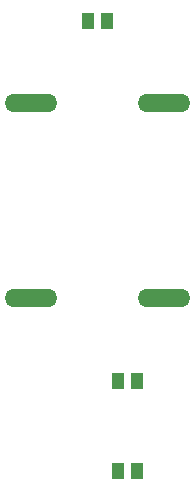
<source format=gbr>
%TF.GenerationSoftware,KiCad,Pcbnew,(6.0.8)*%
%TF.CreationDate,2022-11-04T03:53:52-06:00*%
%TF.ProjectId,CP40B,43503430-422e-46b6-9963-61645f706362,rev?*%
%TF.SameCoordinates,Original*%
%TF.FileFunction,Paste,Top*%
%TF.FilePolarity,Positive*%
%FSLAX46Y46*%
G04 Gerber Fmt 4.6, Leading zero omitted, Abs format (unit mm)*
G04 Created by KiCad (PCBNEW (6.0.8)) date 2022-11-04 03:53:52*
%MOMM*%
%LPD*%
G01*
G04 APERTURE LIST*
%ADD10O,4.450000X1.520000*%
%ADD11R,1.100000X1.470000*%
G04 APERTURE END LIST*
D10*
%TO.C,L1*%
X163130000Y-97155000D03*
X163130000Y-80645000D03*
X151830000Y-97155000D03*
X151830000Y-80645000D03*
%TD*%
D11*
%TO.C,C2*%
X159210000Y-111760000D03*
X160830000Y-111760000D03*
%TD*%
%TO.C,C3*%
X159210000Y-104140000D03*
X160830000Y-104140000D03*
%TD*%
%TO.C,C1*%
X156670000Y-73660000D03*
X158290000Y-73660000D03*
%TD*%
M02*

</source>
